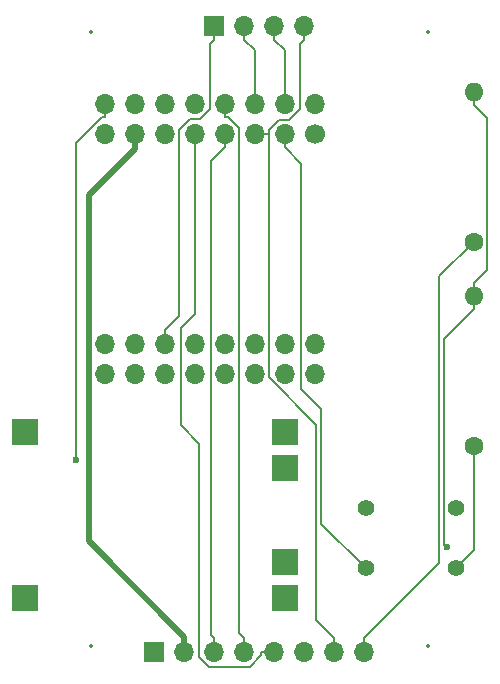
<source format=gtl>
%TF.GenerationSoftware,KiCad,Pcbnew,8.99.0-3407-g6a48e2c35a*%
%TF.CreationDate,2024-12-24T09:15:54+07:00*%
%TF.ProjectId,weather-dashboard,77656174-6865-4722-9d64-617368626f61,rev?*%
%TF.SameCoordinates,Original*%
%TF.FileFunction,Copper,L1,Top*%
%TF.FilePolarity,Positive*%
%FSLAX46Y46*%
G04 Gerber Fmt 4.6, Leading zero omitted, Abs format (unit mm)*
G04 Created by KiCad (PCBNEW 8.99.0-3407-g6a48e2c35a) date 2024-12-24 09:15:54*
%MOMM*%
%LPD*%
G01*
G04 APERTURE LIST*
%TA.AperFunction,ComponentPad*%
%ADD10R,1.700000X1.700000*%
%TD*%
%TA.AperFunction,ComponentPad*%
%ADD11O,1.700000X1.700000*%
%TD*%
%TA.AperFunction,ComponentPad*%
%ADD12R,2.200000X2.200000*%
%TD*%
%TA.AperFunction,ComponentPad*%
%ADD13C,1.600000*%
%TD*%
%TA.AperFunction,ComponentPad*%
%ADD14O,1.600000X1.600000*%
%TD*%
%TA.AperFunction,ComponentPad*%
%ADD15C,1.700000*%
%TD*%
%TA.AperFunction,ComponentPad*%
%ADD16C,1.397000*%
%TD*%
%TA.AperFunction,ViaPad*%
%ADD17C,0.600000*%
%TD*%
%TA.AperFunction,Conductor*%
%ADD18C,0.500000*%
%TD*%
%TA.AperFunction,Conductor*%
%ADD19C,0.200000*%
%TD*%
%ADD20C,0.300000*%
%ADD21C,0.350000*%
G04 APERTURE END LIST*
D10*
%TO.P,U4,1,3V3*%
%TO.N,+3V3*%
X163964700Y-96599500D03*
D11*
%TO.P,U4,2,GND*%
%TO.N,GND*%
X166504700Y-96599500D03*
%TO.P,U4,3,LCD_CS*%
%TO.N,TFT_CS*%
X169044700Y-96599500D03*
%TO.P,U4,4,EN*%
%TO.N,TFT_EN*%
X171584700Y-96599500D03*
%TO.P,U4,5,D/C*%
%TO.N,TFT_DC*%
X174124700Y-96599500D03*
%TO.P,U4,6,LCD_MOSI*%
%TO.N,MOSI*%
X176664700Y-96599500D03*
%TO.P,U4,7,LCD_SCK*%
%TO.N,SCK*%
X179204700Y-96599500D03*
%TO.P,U4,8,LED*%
%TO.N,Net-(U4-LED)*%
X181744700Y-96599500D03*
D10*
%TO.P,U4,9,SD_CS*%
%TO.N,SD_CS*%
X169044700Y-43599500D03*
D11*
%TO.P,U4,10,SD_MOSI*%
%TO.N,MOSI*%
X171584700Y-43599500D03*
%TO.P,U4,11,SD_MISO*%
%TO.N,MISO*%
X174124700Y-43599500D03*
%TO.P,U4,12,SD_SCK*%
%TO.N,SCK*%
X176664700Y-43599500D03*
%TD*%
D12*
%TO.P,U2,0,BAT+*%
%TO.N,+BATT*%
X175000000Y-89000000D03*
%TO.P,U2,1,BAT-*%
%TO.N,-BATT*%
X175000000Y-81000000D03*
%TO.P,U2,2,OUT+*%
%TO.N,VBUS*%
X175000000Y-92000000D03*
%TO.P,U2,3,OUT-*%
%TO.N,GND*%
X175000000Y-78000000D03*
%TO.P,U2,4,IN+*%
%TO.N,unconnected-(U2-IN+-Pad4)*%
X153000000Y-92000000D03*
%TO.P,U2,5,IN-*%
%TO.N,unconnected-(U2-IN--Pad5)*%
X153000000Y-78000000D03*
%TD*%
D13*
%TO.P,R1,1*%
%TO.N,Net-(U4-LED)*%
X191000000Y-61850000D03*
D14*
%TO.P,R1,2*%
%TO.N,+3V3*%
X191000000Y-49150000D03*
%TD*%
D13*
%TO.P,R2,1*%
%TO.N,Button*%
X191000000Y-79200000D03*
D14*
%TO.P,R2,2*%
%TO.N,+3V3*%
X191000000Y-66500000D03*
%TD*%
D11*
%TO.P,U1,1,EN*%
%TO.N,unconnected-(U1-EN-Pad1)*%
X177560000Y-73040000D03*
%TO.P,U1,2,IO3*%
%TO.N,unconnected-(U1-IO3-Pad2)*%
X175020000Y-73040000D03*
%TO.P,U1,3,IO5*%
%TO.N,unconnected-(U1-IO5-Pad3)*%
X172480000Y-73040000D03*
%TO.P,U1,4,IO7*%
%TO.N,unconnected-(U1-IO7-Pad4)*%
X169940000Y-73040000D03*
%TO.P,U1,5,IO9*%
%TO.N,unconnected-(U1-IO9-Pad5)*%
X167400000Y-73040000D03*
%TO.P,U1,6,IO11/MOSI*%
%TO.N,unconnected-(U1-IO11{slash}MOSI-Pad6)*%
X164860000Y-73040000D03*
%TO.P,U1,7,IO12/SCK*%
%TO.N,unconnected-(U1-IO12{slash}SCK-Pad7)*%
X162320000Y-73040000D03*
%TO.P,U1,8,3V3*%
%TO.N,+5V*%
X159780000Y-73040000D03*
%TO.P,U1,9,IO1*%
%TO.N,unconnected-(U1-IO1-Pad9)*%
X177560000Y-70500000D03*
%TO.P,U1,10,IO2*%
%TO.N,unconnected-(U1-IO2-Pad10)*%
X175020000Y-70500000D03*
%TO.P,U1,11,IO4*%
%TO.N,unconnected-(U1-IO4-Pad11)*%
X172480000Y-70500000D03*
%TO.P,U1,12,IO6*%
%TO.N,unconnected-(U1-IO6-Pad12)*%
X169940000Y-70500000D03*
%TO.P,U1,13,IO8*%
%TO.N,unconnected-(U1-IO8-Pad13)*%
X167400000Y-70500000D03*
%TO.P,U1,14,IO10/CS0*%
%TO.N,SD_CS*%
X164860000Y-70500000D03*
%TO.P,U1,15,IO13/MISO*%
%TO.N,unconnected-(U1-IO13{slash}MISO-Pad15)*%
X162320000Y-70500000D03*
%TO.P,U1,16,IO14*%
%TO.N,unconnected-(U1-IO14-Pad16)*%
X159780000Y-70500000D03*
D15*
%TO.P,U1,17,IO40*%
%TO.N,unconnected-(U1-IO40-Pad17)*%
X177560000Y-52720000D03*
D11*
%TO.P,U1,18,IO38*%
%TO.N,Button*%
X175020000Y-52720000D03*
%TO.P,U1,19,IO36/SCK*%
%TO.N,SCK*%
X172480000Y-52720000D03*
%TO.P,U1,20,IO34/CS0*%
%TO.N,TFT_CS*%
X169940000Y-52720000D03*
%TO.P,U1,21,IO21*%
%TO.N,TFT_DC*%
X167400000Y-52720000D03*
%TO.P,U1,22,IO17*%
%TO.N,unconnected-(U1-IO17-Pad22)*%
X164860000Y-52720000D03*
%TO.P,U1,23,GND*%
%TO.N,GND*%
X162320000Y-52720000D03*
%TO.P,U1,24,IO15*%
%TO.N,unconnected-(U1-IO15-Pad24)*%
X159780000Y-52720000D03*
%TO.P,U1,25,IO39*%
%TO.N,unconnected-(U1-IO39-Pad25)*%
X177560000Y-50180000D03*
%TO.P,U1,26,IO37/MISO*%
%TO.N,MISO*%
X175020000Y-50180000D03*
%TO.P,U1,27,IO35/MOSI*%
%TO.N,MOSI*%
X172480000Y-50180000D03*
%TO.P,U1,28,IO33*%
%TO.N,TFT_EN*%
X169940000Y-50180000D03*
%TO.P,U1,29,IO18*%
%TO.N,unconnected-(U1-IO18-Pad29)*%
X167400000Y-50180000D03*
%TO.P,U1,30,IO16*%
%TO.N,unconnected-(U1-IO16-Pad30)*%
X164860000Y-50180000D03*
%TO.P,U1,31*%
%TO.N,N/C*%
X162320000Y-50180000D03*
%TO.P,U1,32,VBUS*%
%TO.N,VBUS*%
X159780000Y-50180000D03*
%TD*%
D16*
%TO.P,SW2,1,1*%
%TO.N,GND*%
X189500000Y-84420000D03*
X181880000Y-84420000D03*
%TO.P,SW2,2,2*%
%TO.N,Button*%
X189500000Y-89500000D03*
X181880000Y-89500000D03*
%TD*%
D17*
%TO.N,GND*%
X158453300Y-77434400D03*
%TO.N,+3V3*%
X188699900Y-87752300D03*
%TO.N,VBUS*%
X157300900Y-80352700D03*
%TD*%
D18*
%TO.N,GND*%
X166504700Y-96599500D02*
X166504700Y-95297800D01*
X162320000Y-54021700D02*
X158453300Y-57888400D01*
X158453300Y-87246400D02*
X166504700Y-95297800D01*
X158453300Y-57888400D02*
X158453300Y-77434400D01*
X162320000Y-52720000D02*
X162320000Y-54021700D01*
X158453300Y-77434400D02*
X158453300Y-87246400D01*
D19*
%TO.N,+3V3*%
X188498000Y-87550400D02*
X188699900Y-87752300D01*
X191000000Y-50251700D02*
X192148300Y-51400000D01*
X191000000Y-66500000D02*
X191000000Y-67601700D01*
X191000000Y-49150000D02*
X191000000Y-50251700D01*
X188498000Y-70103700D02*
X188498000Y-87550400D01*
X191000000Y-66500000D02*
X191000000Y-65398300D01*
X191000000Y-67601700D02*
X188498000Y-70103700D01*
X192148300Y-51400000D02*
X192148300Y-64250000D01*
X192148300Y-64250000D02*
X191000000Y-65398300D01*
%TO.N,Button*%
X175020000Y-52720000D02*
X175020000Y-53871700D01*
X181880000Y-89500000D02*
X178105800Y-85725800D01*
X176400200Y-55251900D02*
X175020000Y-53871700D01*
X189500000Y-89500000D02*
X191000000Y-88000000D01*
X191000000Y-88000000D02*
X191000000Y-79200000D01*
X178105800Y-76013900D02*
X176400200Y-74308300D01*
X178105800Y-85725800D02*
X178105800Y-76013900D01*
X176400200Y-74308300D02*
X176400200Y-55251900D01*
%TO.N,TFT_DC*%
X172973000Y-96599500D02*
X172973000Y-96887400D01*
X167400000Y-67997000D02*
X167400000Y-52720000D01*
X167774700Y-97049300D02*
X167774700Y-78961200D01*
X166200500Y-69196500D02*
X167400000Y-67997000D01*
X166200500Y-77387000D02*
X166200500Y-69196500D01*
X172973000Y-96887400D02*
X172026300Y-97834100D01*
X174124700Y-96599500D02*
X172973000Y-96599500D01*
X167774700Y-78961200D02*
X166200500Y-77387000D01*
X168559500Y-97834100D02*
X167774700Y-97049300D01*
X172026300Y-97834100D02*
X168559500Y-97834100D01*
%TO.N,TFT_EN*%
X171584700Y-96599500D02*
X171584700Y-95447800D01*
X169940000Y-51331700D02*
X170228000Y-51331700D01*
X171107500Y-94970600D02*
X171584700Y-95447800D01*
X170228000Y-51331700D02*
X171107500Y-52211200D01*
X171107500Y-52211200D02*
X171107500Y-94970600D01*
X169940000Y-50180000D02*
X169940000Y-51331700D01*
%TO.N,TFT_CS*%
X169044700Y-96599500D02*
X169044700Y-95447800D01*
X168770000Y-55041700D02*
X169940000Y-53871700D01*
X169044700Y-95447800D02*
X168770000Y-95173100D01*
X169940000Y-52720000D02*
X169940000Y-53871700D01*
X168770000Y-95173100D02*
X168770000Y-55041700D01*
%TO.N,Net-(U4-LED)*%
X191000000Y-61850000D02*
X188096300Y-64753700D01*
X188096300Y-64753700D02*
X188096300Y-89096200D01*
X181744700Y-96599500D02*
X181744700Y-95447800D01*
X188096300Y-89096200D02*
X181744700Y-95447800D01*
%TO.N,SD_CS*%
X168670000Y-45125900D02*
X169044700Y-44751200D01*
X166011700Y-52419900D02*
X166981600Y-51450000D01*
X166981600Y-51450000D02*
X167818300Y-51450000D01*
X167818300Y-51450000D02*
X168670000Y-50598300D01*
X164860000Y-69348300D02*
X166011700Y-68196600D01*
X164860000Y-70500000D02*
X164860000Y-69348300D01*
X166011700Y-68196600D02*
X166011700Y-52419900D01*
X168670000Y-50598300D02*
X168670000Y-45125900D01*
X169044700Y-43599500D02*
X169044700Y-44751200D01*
%TO.N,SCK*%
X172480000Y-52720000D02*
X173631700Y-52720000D01*
X173631700Y-73290800D02*
X177687400Y-77346500D01*
X175320000Y-51568300D02*
X174495400Y-51568300D01*
X176664700Y-43599500D02*
X176664700Y-44751200D01*
X174495400Y-51568300D02*
X173631700Y-52432000D01*
X176290000Y-45125900D02*
X176290000Y-50598300D01*
X173631700Y-52432000D02*
X173631700Y-52720000D01*
X177687400Y-93930500D02*
X179204700Y-95447800D01*
X173631700Y-52720000D02*
X173631700Y-73290800D01*
X176664700Y-44751200D02*
X176290000Y-45125900D01*
X176290000Y-50598300D02*
X175320000Y-51568300D01*
X177687400Y-77346500D02*
X177687400Y-93930500D01*
X179204700Y-96599500D02*
X179204700Y-95447800D01*
%TO.N,MOSI*%
X171584700Y-43599500D02*
X171584700Y-44751200D01*
X172480000Y-45646500D02*
X172480000Y-50180000D01*
X171584700Y-44751200D02*
X172480000Y-45646500D01*
%TO.N,MISO*%
X175020000Y-50180000D02*
X175020000Y-45646500D01*
X174124700Y-43599500D02*
X174124700Y-44751200D01*
X175020000Y-45646500D02*
X174124700Y-44751200D01*
%TO.N,VBUS*%
X159511500Y-51331700D02*
X159780000Y-51331700D01*
X157300900Y-80352700D02*
X157300900Y-53542300D01*
X159780000Y-50180000D02*
X159780000Y-51331700D01*
X157300900Y-53542300D02*
X159511500Y-51331700D01*
%TD*%
D20*
X158453300Y-77434400D03*
X188699900Y-87752300D03*
X157300900Y-80352700D03*
D21*
X158604700Y-96099500D03*
X187104700Y-96099500D03*
X158604700Y-44099500D03*
X187104700Y-44099500D03*
X163964700Y-96599500D03*
X166504700Y-96599500D03*
X169044700Y-96599500D03*
X171584700Y-96599500D03*
X174124700Y-96599500D03*
X176664700Y-96599500D03*
X179204700Y-96599500D03*
X181744700Y-96599500D03*
X169044700Y-43599500D03*
X171584700Y-43599500D03*
X174124700Y-43599500D03*
X176664700Y-43599500D03*
X175000000Y-89000000D03*
X175000000Y-81000000D03*
X175000000Y-92000000D03*
X175000000Y-78000000D03*
X153000000Y-92000000D03*
X153000000Y-78000000D03*
X191000000Y-61850000D03*
X191000000Y-49150000D03*
X191000000Y-79200000D03*
X191000000Y-66500000D03*
X177560000Y-73040000D03*
X175020000Y-73040000D03*
X172480000Y-73040000D03*
X169940000Y-73040000D03*
X167400000Y-73040000D03*
X164860000Y-73040000D03*
X162320000Y-73040000D03*
X159780000Y-73040000D03*
X177560000Y-70500000D03*
X175020000Y-70500000D03*
X172480000Y-70500000D03*
X169940000Y-70500000D03*
X167400000Y-70500000D03*
X164860000Y-70500000D03*
X162320000Y-70500000D03*
X159780000Y-70500000D03*
X177560000Y-52720000D03*
X175020000Y-52720000D03*
X172480000Y-52720000D03*
X169940000Y-52720000D03*
X167400000Y-52720000D03*
X164860000Y-52720000D03*
X162320000Y-52720000D03*
X159780000Y-52720000D03*
X177560000Y-50180000D03*
X175020000Y-50180000D03*
X172480000Y-50180000D03*
X169940000Y-50180000D03*
X167400000Y-50180000D03*
X164860000Y-50180000D03*
X162320000Y-50180000D03*
X159780000Y-50180000D03*
X189500000Y-84420000D03*
X181880000Y-84420000D03*
X189500000Y-89500000D03*
X181880000Y-89500000D03*
M02*

</source>
